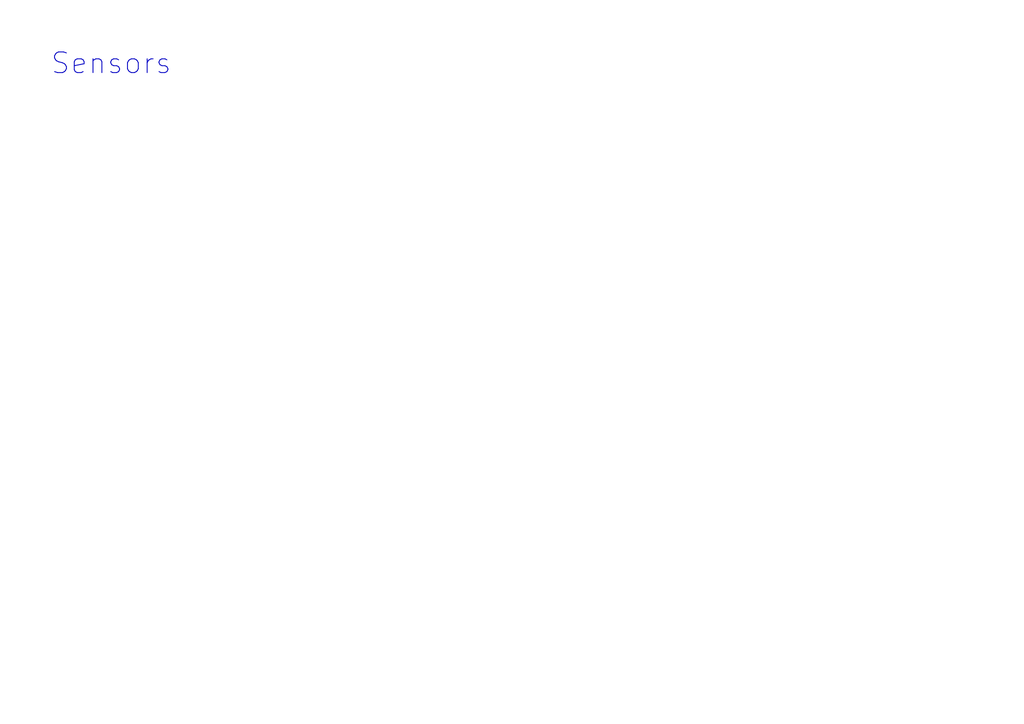
<source format=kicad_sch>
(kicad_sch
	(version 20231120)
	(generator "eeschema")
	(generator_version "8.0")
	(uuid "a2b0fc26-5c07-436e-a7c3-5598f42a8e9f")
	(paper "A4")
	(lib_symbols)
	(text "Sensors"
		(exclude_from_sim no)
		(at 32.258 18.542 0)
		(effects
			(font
				(size 6 6)
				(thickness 0.254)
				(bold yes)
			)
		)
		(uuid "97ffa2fa-a553-473a-ab29-136c15a072ac")
	)
)

</source>
